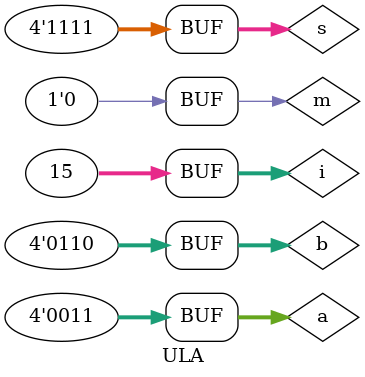
<source format=sv>
module ULA;

  logic[3:0] a;
  logic[3:0] b;
  logic[3:0] s;
  logic m;

  wire[4:0] f;
  integer i;

  ula74181 duv(.a(a), .b(b), .s(s), .f(f), .m(m));

  initial
    begin
      $dumpfile("dump.vcd");
      $dumpvars;
      $monitor("A = %b, B = %b, M = %d, S = %b, F = %b", a, b, m, s, f);

   end

  initial begin
    a = 3;
    b = 6;
    m = 1'b0;
    s = 4'b0000;

    for (i=0;i<=14;i=i+1)
      begin
        #5 s = s + 4'b0001;
      end;
  end

endmodule


</source>
